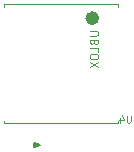
<source format=gbr>
%TF.GenerationSoftware,KiCad,Pcbnew,6.0.5-a6ca702e91~116~ubuntu20.04.1*%
%TF.CreationDate,2022-05-09T20:04:06+03:00*%
%TF.ProjectId,ict_v361-xs,6963745f-7633-4363-912d-78732e6b6963,rev?*%
%TF.SameCoordinates,Original*%
%TF.FileFunction,Legend,Bot*%
%TF.FilePolarity,Positive*%
%FSLAX46Y46*%
G04 Gerber Fmt 4.6, Leading zero omitted, Abs format (unit mm)*
G04 Created by KiCad (PCBNEW 6.0.5-a6ca702e91~116~ubuntu20.04.1) date 2022-05-09 20:04:06*
%MOMM*%
%LPD*%
G01*
G04 APERTURE LIST*
%ADD10C,0.105000*%
%ADD11C,0.203200*%
%ADD12C,0.121920*%
%ADD13C,0.100000*%
%ADD14C,0.600000*%
G04 APERTURE END LIST*
D10*
X153783283Y-104210466D02*
X153783283Y-104692133D01*
X153754950Y-104748800D01*
X153726616Y-104777133D01*
X153669950Y-104805466D01*
X153556616Y-104805466D01*
X153499950Y-104777133D01*
X153471616Y-104748800D01*
X153443283Y-104692133D01*
X153443283Y-104210466D01*
X152904950Y-104408800D02*
X152904950Y-104805466D01*
X153046616Y-104182133D02*
X153188283Y-104607133D01*
X152819950Y-104607133D01*
D11*
X145630900Y-106550200D02*
X146138900Y-106728000D01*
X146138900Y-106728000D02*
X145630900Y-106880400D01*
X145630900Y-106880400D02*
X145630900Y-106550200D01*
X145630900Y-106550200D02*
X145732500Y-106778800D01*
X145732500Y-106778800D02*
X145859500Y-106702600D01*
D12*
%TO.C,U$2*%
X150336070Y-97041093D02*
X150895354Y-97041093D01*
X150961152Y-97073992D01*
X150994051Y-97106891D01*
X151026950Y-97172689D01*
X151026950Y-97304285D01*
X150994051Y-97370083D01*
X150961152Y-97402982D01*
X150895354Y-97435881D01*
X150336070Y-97435881D01*
X150665061Y-97995165D02*
X150697960Y-98093862D01*
X150730859Y-98126761D01*
X150796657Y-98159660D01*
X150895354Y-98159660D01*
X150961152Y-98126761D01*
X150994051Y-98093862D01*
X151026950Y-98028064D01*
X151026950Y-97764872D01*
X150336070Y-97764872D01*
X150336070Y-97995165D01*
X150368970Y-98060963D01*
X150401869Y-98093862D01*
X150467667Y-98126761D01*
X150533465Y-98126761D01*
X150599263Y-98093862D01*
X150632162Y-98060963D01*
X150665061Y-97995165D01*
X150665061Y-97764872D01*
X151026950Y-98784742D02*
X151026950Y-98455752D01*
X150336070Y-98455752D01*
X150336070Y-99146632D02*
X150336070Y-99278228D01*
X150368970Y-99344026D01*
X150434768Y-99409824D01*
X150566364Y-99442723D01*
X150796657Y-99442723D01*
X150928253Y-99409824D01*
X150994051Y-99344026D01*
X151026950Y-99278228D01*
X151026950Y-99146632D01*
X150994051Y-99080834D01*
X150928253Y-99015036D01*
X150796657Y-98982137D01*
X150566364Y-98982137D01*
X150434768Y-99015036D01*
X150368970Y-99080834D01*
X150336070Y-99146632D01*
X150336070Y-99673017D02*
X151026950Y-100133603D01*
X150336070Y-100133603D02*
X151026950Y-99673017D01*
D13*
X143051100Y-95003600D02*
X143051100Y-94753600D01*
X143051100Y-94753600D02*
X152751100Y-94753600D01*
X152751100Y-95003600D02*
X152751100Y-94753600D01*
X143051100Y-104853600D02*
X152751100Y-104853600D01*
X152751100Y-104853600D02*
X152751100Y-104703600D01*
X143051100Y-104853600D02*
X143051100Y-104703600D01*
D14*
X150851100Y-95953600D02*
G75*
G03*
X150851100Y-95953600I-300000J0D01*
G01*
%TD*%
M02*

</source>
